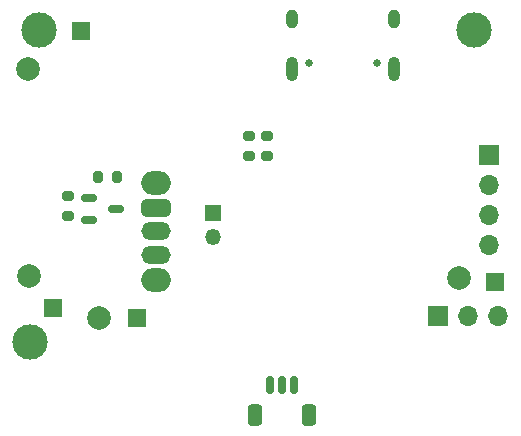
<source format=gbr>
%TF.GenerationSoftware,KiCad,Pcbnew,8.0.1-8.0.1-1~ubuntu22.04.1*%
%TF.CreationDate,2024-06-04T22:30:17+10:00*%
%TF.ProjectId,Machine-Controller,4d616368-696e-4652-9d43-6f6e74726f6c,rev?*%
%TF.SameCoordinates,Original*%
%TF.FileFunction,Soldermask,Bot*%
%TF.FilePolarity,Negative*%
%FSLAX46Y46*%
G04 Gerber Fmt 4.6, Leading zero omitted, Abs format (unit mm)*
G04 Created by KiCad (PCBNEW 8.0.1-8.0.1-1~ubuntu22.04.1) date 2024-06-04 22:30:17*
%MOMM*%
%LPD*%
G01*
G04 APERTURE LIST*
G04 Aperture macros list*
%AMRoundRect*
0 Rectangle with rounded corners*
0 $1 Rounding radius*
0 $2 $3 $4 $5 $6 $7 $8 $9 X,Y pos of 4 corners*
0 Add a 4 corners polygon primitive as box body*
4,1,4,$2,$3,$4,$5,$6,$7,$8,$9,$2,$3,0*
0 Add four circle primitives for the rounded corners*
1,1,$1+$1,$2,$3*
1,1,$1+$1,$4,$5*
1,1,$1+$1,$6,$7*
1,1,$1+$1,$8,$9*
0 Add four rect primitives between the rounded corners*
20,1,$1+$1,$2,$3,$4,$5,0*
20,1,$1+$1,$4,$5,$6,$7,0*
20,1,$1+$1,$6,$7,$8,$9,0*
20,1,$1+$1,$8,$9,$2,$3,0*%
G04 Aperture macros list end*
%ADD10C,2.000000*%
%ADD11R,1.500000X1.500000*%
%ADD12C,3.000000*%
%ADD13R,1.700000X1.700000*%
%ADD14O,1.700000X1.700000*%
%ADD15O,2.500000X2.000000*%
%ADD16RoundRect,0.375000X-0.875000X0.375000X-0.875000X-0.375000X0.875000X-0.375000X0.875000X0.375000X0*%
%ADD17O,2.500000X1.500000*%
%ADD18C,0.650000*%
%ADD19O,1.000000X2.100000*%
%ADD20O,1.000000X1.600000*%
%ADD21R,1.350000X1.350000*%
%ADD22O,1.350000X1.350000*%
%ADD23RoundRect,0.200000X0.200000X0.275000X-0.200000X0.275000X-0.200000X-0.275000X0.200000X-0.275000X0*%
%ADD24RoundRect,0.200000X-0.275000X0.200000X-0.275000X-0.200000X0.275000X-0.200000X0.275000X0.200000X0*%
%ADD25RoundRect,0.200000X0.275000X-0.200000X0.275000X0.200000X-0.275000X0.200000X-0.275000X-0.200000X0*%
%ADD26RoundRect,0.150000X-0.150000X-0.625000X0.150000X-0.625000X0.150000X0.625000X-0.150000X0.625000X0*%
%ADD27RoundRect,0.250000X-0.350000X-0.650000X0.350000X-0.650000X0.350000X0.650000X-0.350000X0.650000X0*%
%ADD28RoundRect,0.150000X-0.512500X-0.150000X0.512500X-0.150000X0.512500X0.150000X-0.512500X0.150000X0*%
G04 APERTURE END LIST*
D10*
%TO.C,TP4*%
X164973000Y-88519000D03*
%TD*%
D11*
%TO.C,TP8*%
X132918200Y-67614800D03*
%TD*%
D10*
%TO.C,TP6*%
X128508800Y-70866000D03*
%TD*%
D12*
%TO.C,H1*%
X129413000Y-67564000D03*
%TD*%
D13*
%TO.C,Brd1*%
X167513000Y-78105000D03*
D14*
X167513000Y-80645000D03*
X167513000Y-83185000D03*
X167513000Y-85725000D03*
%TD*%
D15*
%TO.C,SW1*%
X139319000Y-80482000D03*
X139319000Y-88682000D03*
D16*
X139319000Y-82582000D03*
D17*
X139319000Y-84582000D03*
X139319000Y-86582000D03*
%TD*%
D12*
%TO.C,H3*%
X128651000Y-93980000D03*
%TD*%
D18*
%TO.C,J6*%
X158050000Y-70297000D03*
X152270000Y-70297000D03*
D19*
X159480000Y-70827000D03*
D20*
X159480000Y-66647000D03*
D19*
X150840000Y-70827000D03*
D20*
X150840000Y-66647000D03*
%TD*%
D10*
%TO.C,TP2*%
X134493000Y-91948000D03*
%TD*%
D11*
%TO.C,TP9*%
X168046400Y-88874600D03*
%TD*%
D12*
%TO.C,H2*%
X166243000Y-67564000D03*
%TD*%
D11*
%TO.C,TP5*%
X137668000Y-91948000D03*
%TD*%
D21*
%TO.C,SW2*%
X144145000Y-83074000D03*
D22*
X144145000Y-85074000D03*
%TD*%
D10*
%TO.C,TP1*%
X128524000Y-88392000D03*
%TD*%
D11*
%TO.C,TP7*%
X130606800Y-91084400D03*
%TD*%
D23*
%TO.C,R17*%
X136016000Y-80010000D03*
X134366000Y-80010000D03*
%TD*%
D24*
%TO.C,R21*%
X147193000Y-76518000D03*
X147193000Y-78168000D03*
%TD*%
D25*
%TO.C,R18*%
X131826000Y-83248000D03*
X131826000Y-81598000D03*
%TD*%
D13*
%TO.C,J3*%
X163210000Y-91719000D03*
D14*
X165750000Y-91719000D03*
X168290000Y-91719000D03*
%TD*%
D26*
%TO.C,J5*%
X148987000Y-97608000D03*
X149987000Y-97608000D03*
X150987000Y-97608000D03*
D27*
X147687000Y-100133000D03*
X152287000Y-100133000D03*
%TD*%
D28*
%TO.C,D1*%
X133609500Y-83627000D03*
X133609500Y-81727000D03*
X135884500Y-82677000D03*
%TD*%
D24*
%TO.C,R20*%
X148717000Y-76518000D03*
X148717000Y-78168000D03*
%TD*%
M02*

</source>
